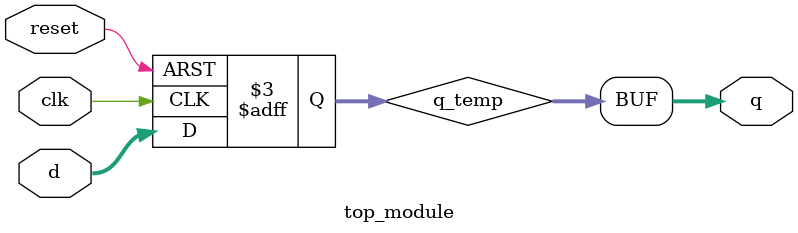
<source format=sv>
module top_module(
	input clk,
	input [7:0] d,
	input reset,
	output reg [7:0] q);

	reg [7:0] q_temp;

	always @(negedge clk or posedge reset) begin
		if (reset)
			q_temp <= 8'b110100;
		else
			q_temp <= d;
	end

	always @*
		q = q_temp;

endmodule

</source>
